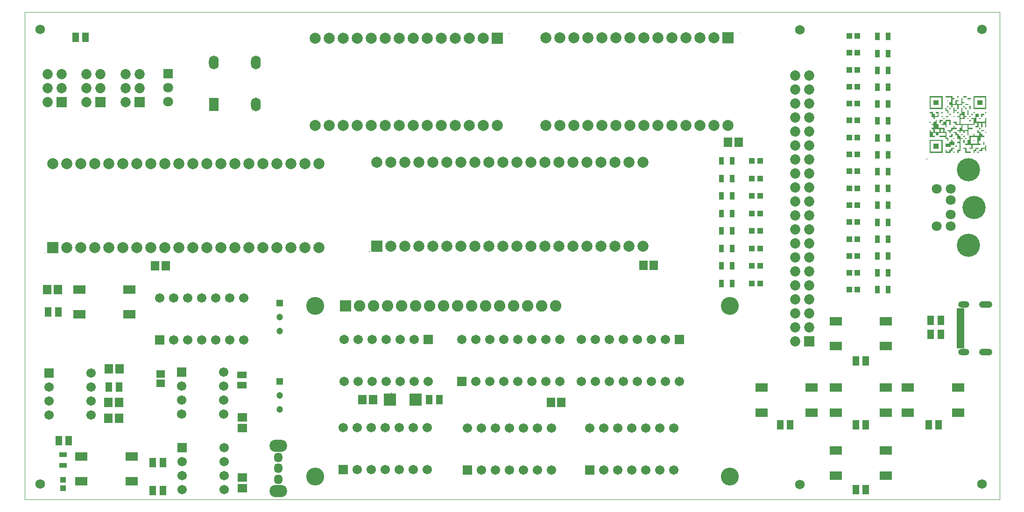
<source format=gts>
%FSTAX23Y23*%
%MOIN*%
%SFA1B1*%

%IPPOS*%
%ADD19C,0.002360*%
%ADD20C,0.004720*%
%ADD21C,0.002700*%
%ADD22R,0.057090X0.037400*%
%ADD26R,0.037400X0.057090*%
%ADD34R,0.039500X0.039500*%
%ADD35R,0.090680X0.063120*%
%ADD36R,0.049340X0.065090*%
%ADD37R,0.053280X0.019810*%
%ADD38R,0.039500X0.039500*%
%ADD39R,0.086740X0.086740*%
%ADD40R,0.063120X0.067060*%
%ADD41R,0.065090X0.049340*%
%ADD42R,0.067060X0.063120*%
%ADD43R,0.063120X0.055240*%
%ADD44O,0.070000X0.098000*%
%ADD45R,0.070000X0.098000*%
%ADD46C,0.128000*%
%ADD47R,0.082000X0.082000*%
%ADD48C,0.082000*%
%ADD49C,0.068000*%
%ADD50R,0.078870X0.078870*%
%ADD51C,0.078870*%
%ADD52O,0.094610X0.047370*%
%ADD53O,0.078870X0.047370*%
%ADD54C,0.072960*%
%ADD55R,0.072960X0.072960*%
%ADD56C,0.067060*%
%ADD57R,0.067060X0.067060*%
%ADD58C,0.070990*%
%ADD59C,0.165480*%
%ADD60R,0.070990X0.070990*%
%ADD61C,0.070990*%
%ADD62R,0.078870X0.078870*%
%ADD63O,0.126110X0.086740*%
%ADD64O,0.059180X0.070990*%
%ADD65C,0.047240*%
%ADD66R,0.047240X0.047240*%
%ADD67R,0.067060X0.067060*%
%ADD68R,0.047240X0.047240*%
%LN6502_carrier-1*%
%LPD*%
G36*
X08434Y03953D02*
Y03952D01*
Y03951*
Y03949*
Y03948*
Y03946*
X08412*
Y03948*
Y03949*
Y03951*
Y03952*
Y03953*
Y03955*
X08434*
Y03953*
G37*
G36*
X08377D02*
Y03952D01*
Y03951*
Y03949*
Y03948*
Y03946*
X08369*
Y03948*
Y03949*
Y03951*
Y03952*
Y03953*
Y03955*
X08377*
Y03953*
G37*
G36*
X08463Y03939D02*
Y03938D01*
Y03936*
Y03935*
Y03934*
Y03932*
X0844*
Y03934*
Y03935*
Y03936*
Y03938*
Y03939*
Y03941*
X08463*
Y03939*
G37*
G36*
X08306Y03925D02*
Y03924D01*
Y03922*
Y03921*
Y03919*
Y03918*
X08298*
Y03919*
Y03921*
Y03922*
Y03924*
Y03925*
Y03926*
X08306*
Y03925*
G37*
G36*
X08448Y03897D02*
Y03895D01*
Y03894*
Y03892*
Y03891*
Y0389*
X08426*
Y03891*
Y03892*
Y03894*
Y03895*
Y03897*
Y03898*
X08448*
Y03897*
G37*
G36*
X0842Y03882D02*
Y03881D01*
Y0388*
Y03878*
Y03877*
Y03875*
X08412*
Y03877*
Y03878*
Y0388*
Y03881*
Y03882*
Y03884*
X0842*
Y03882*
G37*
G36*
X08306D02*
Y03881D01*
Y0388*
Y03878*
Y03877*
Y03875*
X08298*
Y03877*
Y03878*
Y0388*
Y03881*
Y03882*
Y03884*
X08306*
Y03882*
G37*
G36*
X08576Y03953D02*
Y03952D01*
Y03951*
Y03949*
Y03948*
Y03946*
Y03945*
Y03944*
Y03942*
Y03941*
Y03939*
Y03938*
Y03936*
Y03935*
Y03934*
Y03932*
Y03931*
Y03929*
Y03928*
Y03926*
Y03925*
Y03924*
Y03922*
Y03921*
Y03919*
Y03918*
Y03917*
Y03915*
Y03914*
Y03912*
Y03911*
Y03909*
Y03908*
Y03907*
Y03905*
Y03904*
Y03902*
Y03901*
Y03899*
Y03898*
Y03897*
Y03895*
Y03894*
Y03892*
Y03891*
Y0389*
Y03888*
Y03887*
Y03885*
Y03884*
Y03882*
Y03881*
Y0388*
Y03878*
Y03877*
Y03875*
Y03874*
Y03872*
Y03871*
Y0387*
Y03868*
Y03867*
Y03865*
Y03864*
Y03862*
Y03861*
X08483*
Y03862*
Y03864*
Y03865*
Y03867*
Y03868*
Y0387*
Y03871*
Y03872*
Y03874*
Y03875*
Y03877*
Y03878*
Y0388*
Y03881*
Y03882*
Y03884*
Y03885*
Y03887*
Y03888*
Y0389*
Y03891*
Y03892*
Y03894*
Y03895*
Y03897*
Y03898*
Y03899*
Y03901*
Y03902*
Y03904*
Y03905*
Y03907*
Y03908*
Y03909*
Y03911*
Y03912*
Y03914*
Y03915*
Y03917*
Y03918*
Y03919*
Y03921*
Y03922*
Y03924*
Y03925*
Y03926*
Y03928*
Y03929*
Y03931*
Y03932*
Y03934*
Y03935*
Y03936*
Y03938*
Y03939*
Y03941*
Y03942*
Y03944*
Y03945*
Y03946*
Y03948*
Y03949*
Y03951*
Y03952*
Y03953*
Y03955*
X08576*
Y03953*
G37*
G36*
X08463Y03882D02*
Y03881D01*
Y0388*
Y03878*
Y03877*
Y03875*
Y03874*
Y03872*
Y03871*
Y0387*
Y03868*
Y03867*
Y03865*
Y03864*
Y03862*
Y03861*
X08454*
Y03862*
Y03864*
Y03865*
Y03867*
Y03868*
Y0387*
Y03871*
Y03872*
Y03874*
Y03875*
Y03877*
Y03878*
Y0388*
Y03881*
Y03882*
Y03884*
X08463*
Y03882*
G37*
G36*
X08434Y03868D02*
Y03867D01*
Y03865*
Y03864*
Y03862*
Y03861*
X08426*
Y03862*
Y03864*
Y03865*
Y03867*
Y03868*
Y0387*
X08434*
Y03868*
G37*
G36*
X08335Y03953D02*
Y03952D01*
Y03951*
Y03949*
Y03948*
Y03946*
Y03945*
Y03944*
Y03942*
Y03941*
X08349*
Y03939*
Y03938*
Y03936*
Y03935*
Y03934*
Y03932*
X08335*
Y03931*
Y03929*
Y03928*
Y03926*
Y03925*
Y03924*
Y03922*
Y03921*
Y03919*
Y03918*
Y03917*
Y03915*
Y03914*
Y03912*
Y03911*
Y03909*
Y03908*
Y03907*
Y03905*
Y03904*
Y03902*
Y03901*
Y03899*
Y03898*
X08355*
Y03899*
Y03901*
Y03902*
Y03904*
Y03905*
Y03907*
Y03908*
Y03909*
Y03911*
Y03912*
Y03914*
Y03915*
Y03917*
Y03918*
Y03919*
Y03921*
Y03922*
Y03924*
Y03925*
Y03926*
X08377*
Y03925*
Y03924*
Y03922*
Y03921*
Y03919*
Y03918*
X08363*
Y03917*
Y03915*
Y03914*
Y03912*
Y03911*
Y03909*
Y03908*
Y03907*
Y03905*
Y03904*
Y03902*
Y03901*
Y03899*
Y03898*
X08397*
Y03899*
Y03901*
Y03902*
Y03904*
Y03905*
Y03907*
Y03908*
Y03909*
Y03911*
Y03912*
Y03914*
Y03915*
Y03917*
Y03918*
Y03919*
Y03921*
Y03922*
Y03924*
Y03925*
Y03926*
Y03928*
Y03929*
Y03931*
Y03932*
Y03934*
Y03935*
Y03936*
Y03938*
Y03939*
Y03941*
X08406*
Y03939*
Y03938*
Y03936*
Y03935*
Y03934*
Y03932*
Y03931*
Y03929*
Y03928*
Y03926*
Y03925*
Y03924*
Y03922*
Y03921*
Y03919*
Y03918*
Y03917*
Y03915*
Y03914*
Y03912*
X0842*
Y03911*
Y03909*
Y03908*
Y03907*
Y03905*
Y03904*
X08406*
Y03902*
Y03901*
Y03899*
Y03898*
Y03897*
Y03895*
Y03894*
Y03892*
Y03891*
Y0389*
X08377*
Y03888*
Y03887*
Y03885*
Y03884*
Y03882*
Y03881*
Y0388*
Y03878*
Y03877*
Y03875*
Y03874*
Y03872*
Y03871*
Y0387*
Y03868*
Y03867*
Y03865*
Y03864*
Y03862*
Y03861*
X08369*
Y03862*
Y03864*
Y03865*
Y03867*
Y03868*
Y0387*
Y03871*
Y03872*
Y03874*
Y03875*
Y03877*
Y03878*
Y0388*
Y03881*
Y03882*
Y03884*
Y03885*
Y03887*
Y03888*
Y0389*
X08335*
Y03888*
Y03887*
Y03885*
Y03884*
Y03882*
Y03881*
Y0388*
Y03878*
Y03877*
Y03875*
X08326*
Y03877*
Y03878*
Y0388*
Y03881*
Y03882*
Y03884*
Y03885*
Y03887*
Y03888*
Y0389*
X08312*
Y03891*
Y03892*
Y03894*
Y03895*
Y03897*
Y03898*
Y03899*
Y03901*
Y03902*
Y03904*
Y03905*
Y03907*
Y03908*
Y03909*
Y03911*
Y03912*
X08326*
Y03914*
Y03915*
Y03917*
Y03918*
Y03919*
Y03921*
Y03922*
Y03924*
Y03925*
Y03926*
Y03928*
Y03929*
Y03931*
Y03932*
Y03934*
Y03935*
Y03936*
Y03938*
Y03939*
Y03941*
Y03942*
Y03944*
Y03945*
Y03946*
X08284*
Y03948*
Y03949*
Y03951*
Y03952*
Y03953*
Y03955*
X08335*
Y03953*
G37*
G36*
X08321Y03868D02*
Y03867D01*
Y03865*
Y03864*
Y03862*
Y03861*
X08312*
Y03862*
Y03864*
Y03865*
Y03867*
Y03868*
Y0387*
X08321*
Y03868*
G37*
G36*
X08264Y03953D02*
Y03952D01*
Y03951*
Y03949*
Y03948*
Y03946*
Y03945*
Y03944*
Y03942*
Y03941*
Y03939*
Y03938*
Y03936*
Y03935*
Y03934*
Y03932*
Y03931*
Y03929*
Y03928*
Y03926*
Y03925*
Y03924*
Y03922*
Y03921*
Y03919*
Y03918*
Y03917*
Y03915*
Y03914*
Y03912*
Y03911*
Y03909*
Y03908*
Y03907*
Y03905*
Y03904*
Y03902*
Y03901*
Y03899*
Y03898*
Y03897*
Y03895*
Y03894*
Y03892*
Y03891*
Y0389*
Y03888*
Y03887*
Y03885*
Y03884*
Y03882*
Y03881*
Y0388*
Y03878*
Y03877*
Y03875*
Y03874*
Y03872*
Y03871*
Y0387*
Y03868*
Y03867*
Y03865*
Y03864*
Y03862*
Y03861*
X0817*
Y03862*
Y03864*
Y03865*
Y03867*
Y03868*
Y0387*
Y03871*
Y03872*
Y03874*
Y03875*
Y03877*
Y03878*
Y0388*
Y03881*
Y03882*
Y03884*
Y03885*
Y03887*
Y03888*
Y0389*
Y03891*
Y03892*
Y03894*
Y03895*
Y03897*
Y03898*
Y03899*
Y03901*
Y03902*
Y03904*
Y03905*
Y03907*
Y03908*
Y03909*
Y03911*
Y03912*
Y03914*
Y03915*
Y03917*
Y03918*
Y03919*
Y03921*
Y03922*
Y03924*
Y03925*
Y03926*
Y03928*
Y03929*
Y03931*
Y03932*
Y03934*
Y03935*
Y03936*
Y03938*
Y03939*
Y03941*
Y03942*
Y03944*
Y03945*
Y03946*
Y03948*
Y03949*
Y03951*
Y03952*
Y03953*
Y03955*
X08264*
Y03953*
G37*
G36*
X08576Y0384D02*
Y03838D01*
Y03837*
Y03835*
Y03834*
Y03833*
X08568*
Y03834*
Y03835*
Y03837*
Y03838*
Y0384*
Y03841*
X08576*
Y0384*
G37*
G36*
X08491D02*
Y03838D01*
Y03837*
Y03835*
Y03834*
Y03833*
X08483*
Y03834*
Y03835*
Y03837*
Y03838*
Y0384*
Y03841*
X08491*
Y0384*
G37*
G36*
X08377D02*
Y03838D01*
Y03837*
Y03835*
Y03834*
Y03833*
X08369*
Y03834*
Y03835*
Y03837*
Y03838*
Y0384*
Y03841*
X08377*
Y0384*
G37*
G36*
X08349Y03868D02*
Y03867D01*
Y03865*
Y03864*
Y03862*
Y03861*
Y0386*
Y03858*
Y03857*
Y03855*
X08363*
Y03854*
Y03853*
Y03851*
Y0385*
Y03848*
Y03847*
X08349*
Y03845*
Y03844*
Y03843*
Y03841*
Y0384*
Y03838*
Y03837*
Y03835*
Y03834*
Y03833*
X0834*
Y03834*
Y03835*
Y03837*
Y03838*
Y0384*
Y03841*
Y03843*
Y03844*
Y03845*
Y03847*
Y03848*
Y0385*
Y03851*
Y03853*
Y03854*
Y03855*
Y03857*
Y03858*
Y0386*
Y03861*
Y03862*
Y03864*
Y03865*
Y03867*
Y03868*
Y0387*
X08349*
Y03868*
G37*
G36*
X08292D02*
Y03867D01*
Y03865*
Y03864*
Y03862*
Y03861*
Y0386*
Y03858*
Y03857*
Y03855*
X08306*
Y03854*
Y03853*
Y03851*
Y0385*
Y03848*
Y03847*
Y03845*
Y03844*
Y03843*
Y03841*
Y0384*
Y03838*
Y03837*
Y03835*
Y03834*
Y03833*
X08298*
Y03834*
Y03835*
Y03837*
Y03838*
Y0384*
Y03841*
Y03843*
Y03844*
Y03845*
Y03847*
X08284*
Y03848*
Y0385*
Y03851*
Y03853*
Y03854*
Y03855*
Y03857*
Y03858*
Y0386*
Y03861*
Y03862*
Y03864*
Y03865*
Y03867*
Y03868*
Y0387*
X08292*
Y03868*
G37*
G36*
X08264Y0384D02*
Y03838D01*
Y03837*
Y03835*
Y03834*
Y03833*
X08255*
Y03834*
Y03835*
Y03837*
Y03838*
Y0384*
Y03841*
X08264*
Y0384*
G37*
G36*
X08477Y03826D02*
Y03824D01*
Y03823*
Y03821*
Y0382*
Y03818*
X08468*
Y0382*
Y03821*
Y03823*
Y03824*
Y03826*
Y03827*
X08477*
Y03826*
G37*
G36*
X08448Y03854D02*
Y03853D01*
Y03851*
Y0385*
Y03848*
Y03847*
Y03845*
Y03844*
Y03843*
Y03841*
Y0384*
Y03838*
Y03837*
Y03835*
Y03834*
Y03833*
Y03831*
Y0383*
Y03828*
Y03827*
Y03826*
Y03824*
Y03823*
Y03821*
Y0382*
Y03818*
X0844*
Y0382*
Y03821*
Y03823*
Y03824*
Y03826*
Y03827*
Y03828*
Y0383*
Y03831*
Y03833*
Y03834*
Y03835*
Y03837*
Y03838*
Y0384*
Y03841*
Y03843*
Y03844*
Y03845*
Y03847*
Y03848*
Y0385*
Y03851*
Y03853*
Y03854*
Y03855*
X08448*
Y03854*
G37*
G36*
X08321Y03826D02*
Y03824D01*
Y03823*
Y03821*
Y0382*
Y03818*
X08312*
Y0382*
Y03821*
Y03823*
Y03824*
Y03826*
Y03827*
X08321*
Y03826*
G37*
G36*
X08235Y0384D02*
Y03838D01*
Y03837*
Y03835*
Y03834*
Y03833*
Y03831*
Y0383*
Y03828*
Y03827*
Y03826*
Y03824*
Y03823*
Y03821*
Y0382*
Y03818*
Y03817*
Y03816*
Y03814*
Y03813*
Y03811*
Y0381*
Y03808*
Y03807*
Y03806*
Y03804*
X08207*
Y03803*
Y03801*
Y038*
Y03799*
Y03797*
Y03796*
Y03794*
Y03793*
Y03791*
Y0379*
X08198*
Y03791*
Y03793*
Y03794*
Y03796*
Y03797*
Y03799*
Y038*
Y03801*
Y03803*
Y03804*
X08184*
Y03806*
Y03807*
Y03808*
Y0381*
Y03811*
Y03813*
Y03814*
Y03816*
Y03817*
Y03818*
Y0382*
Y03821*
Y03823*
Y03824*
Y03826*
Y03827*
Y03828*
Y0383*
Y03831*
Y03833*
X0817*
Y03834*
Y03835*
Y03837*
Y03838*
Y0384*
Y03841*
X08193*
Y0384*
Y03838*
Y03837*
Y03835*
Y03834*
Y03833*
Y03831*
Y0383*
Y03828*
Y03827*
X08207*
Y03826*
Y03824*
Y03823*
Y03821*
Y0382*
Y03818*
Y03817*
Y03816*
Y03814*
Y03813*
X08227*
Y03814*
Y03816*
Y03817*
Y03818*
Y0382*
Y03821*
Y03823*
Y03824*
Y03826*
Y03827*
Y03828*
Y0383*
Y03831*
Y03833*
X08213*
Y03834*
Y03835*
Y03837*
Y03838*
Y0384*
Y03841*
X08235*
Y0384*
G37*
G36*
X08562Y03826D02*
Y03824D01*
Y03823*
Y03821*
Y0382*
Y03818*
X08548*
Y03817*
Y03816*
Y03814*
Y03813*
Y03811*
Y0381*
Y03808*
Y03807*
Y03806*
Y03804*
X08539*
Y03806*
Y03807*
Y03808*
Y0381*
Y03811*
Y03813*
Y03814*
Y03816*
Y03817*
Y03818*
Y0382*
Y03821*
Y03823*
Y03824*
Y03826*
Y03827*
X08562*
Y03826*
G37*
G36*
X08463Y03811D02*
Y0381D01*
Y03808*
Y03807*
Y03806*
Y03804*
X08454*
Y03806*
Y03807*
Y03808*
Y0381*
Y03811*
Y03813*
X08463*
Y03811*
G37*
G36*
X08349D02*
Y0381D01*
Y03808*
Y03807*
Y03806*
Y03804*
X0834*
Y03806*
Y03807*
Y03808*
Y0381*
Y03811*
Y03813*
X08349*
Y03811*
G37*
G36*
X08306D02*
Y0381D01*
Y03808*
Y03807*
Y03806*
Y03804*
X08284*
Y03806*
Y03807*
Y03808*
Y0381*
Y03811*
Y03813*
X08306*
Y03811*
G37*
G36*
X08264D02*
Y0381D01*
Y03808*
Y03807*
Y03806*
Y03804*
X08255*
Y03806*
Y03807*
Y03808*
Y0381*
Y03811*
Y03813*
X08264*
Y03811*
G37*
G36*
X08534Y03797D02*
Y03796D01*
Y03794*
Y03793*
Y03791*
Y0379*
X08525*
Y03791*
Y03793*
Y03794*
Y03796*
Y03797*
Y03799*
X08534*
Y03797*
G37*
G36*
X08448D02*
Y03796D01*
Y03794*
Y03793*
Y03791*
Y0379*
X0844*
Y03791*
Y03793*
Y03794*
Y03796*
Y03797*
Y03799*
X08448*
Y03797*
G37*
G36*
X08278D02*
Y03796D01*
Y03794*
Y03793*
Y03791*
Y0379*
X08269*
Y03791*
Y03793*
Y03794*
Y03796*
Y03797*
Y03799*
X08278*
Y03797*
G37*
G36*
X08463Y03783D02*
Y03781D01*
Y0378*
Y03779*
Y03777*
Y03776*
X08454*
Y03777*
Y03779*
Y0378*
Y03781*
Y03783*
Y03784*
X08463*
Y03783*
G37*
G36*
X08264D02*
Y03781D01*
Y0378*
Y03779*
Y03777*
Y03776*
X0825*
Y03774*
Y03773*
Y03772*
Y0377*
Y03769*
Y03767*
Y03766*
Y03764*
Y03763*
Y03762*
X08241*
Y03763*
Y03764*
Y03766*
Y03767*
Y03769*
Y0377*
Y03772*
Y03773*
Y03774*
Y03776*
Y03777*
Y03779*
Y0378*
Y03781*
Y03783*
Y03784*
X08264*
Y03783*
G37*
G36*
X08178Y03769D02*
Y03767D01*
Y03766*
Y03764*
Y03763*
Y03762*
X0817*
Y03763*
Y03764*
Y03766*
Y03767*
Y03769*
Y0377*
X08178*
Y03769*
G37*
G36*
X08406Y03868D02*
Y03867D01*
Y03865*
Y03864*
Y03862*
Y03861*
Y0386*
Y03858*
Y03857*
Y03855*
Y03854*
Y03853*
Y03851*
Y0385*
Y03848*
Y03847*
Y03845*
Y03844*
Y03843*
Y03841*
X0842*
Y0384*
Y03838*
Y03837*
Y03835*
Y03834*
Y03833*
Y03831*
Y0383*
Y03828*
Y03827*
Y03826*
Y03824*
Y03823*
Y03821*
Y0382*
Y03818*
Y03817*
Y03816*
Y03814*
Y03813*
X08434*
Y03811*
Y0381*
Y03808*
Y03807*
Y03806*
Y03804*
X0842*
Y03803*
Y03801*
Y038*
Y03799*
Y03797*
Y03796*
Y03794*
Y03793*
Y03791*
Y0379*
X08392*
Y03789*
Y03787*
Y03786*
Y03784*
Y03783*
Y03781*
Y0378*
Y03779*
Y03777*
Y03776*
Y03774*
Y03773*
Y03772*
Y0377*
Y03769*
Y03767*
Y03766*
Y03764*
Y03763*
Y03762*
Y0376*
Y03759*
Y03757*
Y03756*
X08483*
Y03757*
Y03759*
Y0376*
Y03762*
Y03763*
Y03764*
Y03766*
Y03767*
Y03769*
Y0377*
Y03772*
Y03773*
Y03774*
Y03776*
Y03777*
Y03779*
Y0378*
Y03781*
Y03783*
Y03784*
Y03786*
Y03787*
Y03789*
Y0379*
X08468*
Y03791*
Y03793*
Y03794*
Y03796*
Y03797*
Y03799*
X08497*
Y038*
Y03801*
Y03803*
Y03804*
Y03806*
Y03807*
Y03808*
Y0381*
Y03811*
Y03813*
Y03814*
Y03816*
Y03817*
Y03818*
Y0382*
Y03821*
Y03823*
Y03824*
Y03826*
Y03827*
X0852*
Y03826*
Y03824*
Y03823*
Y03821*
Y0382*
Y03818*
Y03817*
Y03816*
Y03814*
Y03813*
Y03811*
Y0381*
Y03808*
Y03807*
Y03806*
Y03804*
X08505*
Y03803*
Y03801*
Y038*
Y03799*
Y03797*
Y03796*
Y03794*
Y03793*
Y03791*
Y0379*
Y03789*
Y03787*
Y03786*
Y03784*
Y03783*
Y03781*
Y0378*
Y03779*
Y03777*
Y03776*
Y03774*
Y03773*
Y03772*
Y0377*
X08568*
Y03772*
Y03773*
Y03774*
Y03776*
Y03777*
Y03779*
Y0378*
Y03781*
Y03783*
Y03784*
Y03786*
Y03787*
Y03789*
Y0379*
Y03791*
Y03793*
Y03794*
Y03796*
Y03797*
Y03799*
X08576*
Y03797*
Y03796*
Y03794*
Y03793*
Y03791*
Y0379*
Y03789*
Y03787*
Y03786*
Y03784*
Y03783*
Y03781*
Y0378*
Y03779*
Y03777*
Y03776*
Y03774*
Y03773*
Y03772*
Y0377*
Y03769*
Y03767*
Y03766*
Y03764*
Y03763*
Y03762*
Y0376*
Y03759*
Y03757*
Y03756*
Y03754*
Y03753*
Y03752*
Y0375*
Y03749*
Y03747*
Y03746*
Y03745*
Y03743*
Y03742*
Y0374*
Y03739*
Y03737*
Y03736*
Y03735*
Y03733*
X08568*
Y03735*
Y03736*
Y03737*
Y03739*
Y0374*
Y03742*
Y03743*
Y03745*
Y03746*
Y03747*
Y03749*
Y0375*
Y03752*
Y03753*
Y03754*
Y03756*
Y03757*
Y03759*
Y0376*
Y03762*
X08548*
Y0376*
Y03759*
Y03757*
Y03756*
Y03754*
Y03753*
Y03752*
Y0375*
Y03749*
Y03747*
Y03746*
Y03745*
Y03743*
Y03742*
Y0374*
Y03739*
Y03737*
Y03736*
Y03735*
Y03733*
X08539*
Y03735*
Y03736*
Y03737*
Y03739*
Y0374*
Y03742*
Y03743*
Y03745*
Y03746*
Y03747*
Y03749*
Y0375*
Y03752*
Y03753*
Y03754*
Y03756*
Y03757*
Y03759*
Y0376*
Y03762*
X0852*
Y0376*
Y03759*
Y03757*
Y03756*
Y03754*
Y03753*
Y03752*
Y0375*
Y03749*
Y03747*
Y03746*
Y03745*
Y03743*
Y03742*
Y0374*
Y03739*
Y03737*
Y03736*
Y03735*
Y03733*
X08497*
Y03735*
Y03736*
Y03737*
Y03739*
Y0374*
Y03742*
X08511*
Y03743*
Y03745*
Y03746*
Y03747*
Y03749*
Y0375*
Y03752*
Y03753*
Y03754*
Y03756*
Y03757*
Y03759*
Y0376*
Y03762*
X08491*
Y0376*
Y03759*
Y03757*
Y03756*
Y03754*
Y03753*
Y03752*
Y0375*
Y03749*
Y03747*
X08448*
Y03746*
Y03745*
Y03743*
Y03742*
Y0374*
Y03739*
Y03737*
Y03736*
Y03735*
Y03733*
Y03732*
Y0373*
Y03729*
Y03727*
X08477*
Y03726*
Y03725*
Y03723*
Y03722*
Y0372*
Y03719*
X08448*
Y03718*
Y03716*
Y03715*
Y03713*
Y03712*
Y0371*
Y03709*
Y03708*
Y03706*
Y03705*
Y03703*
Y03702*
Y037*
Y03699*
Y03698*
Y03696*
Y03695*
Y03693*
Y03692*
Y03691*
Y03689*
Y03688*
Y03686*
Y03685*
Y03683*
Y03682*
Y03681*
Y03679*
Y03678*
Y03676*
X0844*
Y03678*
Y03679*
Y03681*
Y03682*
Y03683*
Y03685*
Y03686*
Y03688*
Y03689*
Y03691*
Y03692*
Y03693*
Y03695*
Y03696*
Y03698*
Y03699*
Y037*
Y03702*
Y03703*
Y03705*
X0842*
Y03703*
Y03702*
Y037*
Y03699*
Y03698*
Y03696*
Y03695*
Y03693*
Y03692*
Y03691*
X08412*
Y03692*
Y03693*
Y03695*
Y03696*
Y03698*
Y03699*
Y037*
Y03702*
Y03703*
Y03705*
X08392*
Y03703*
Y03702*
Y037*
Y03699*
Y03698*
Y03696*
Y03695*
Y03693*
Y03692*
Y03691*
X08383*
Y03692*
Y03693*
Y03695*
Y03696*
Y03698*
Y03699*
Y037*
Y03702*
Y03703*
Y03705*
X08369*
Y03706*
Y03708*
Y03709*
Y0371*
Y03712*
Y03713*
X08383*
Y03715*
Y03716*
Y03718*
Y03719*
Y0372*
Y03722*
Y03723*
Y03725*
Y03726*
Y03727*
X08397*
Y03729*
Y0373*
Y03732*
Y03733*
Y03735*
Y03736*
Y03737*
Y03739*
Y0374*
Y03742*
Y03743*
Y03745*
Y03746*
Y03747*
X08355*
Y03749*
Y0375*
Y03752*
Y03753*
Y03754*
Y03756*
Y03757*
Y03759*
Y0376*
Y03762*
X0834*
Y03763*
Y03764*
Y03766*
Y03767*
Y03769*
Y0377*
X08363*
Y03769*
Y03767*
Y03766*
Y03764*
Y03763*
Y03762*
Y0376*
Y03759*
Y03757*
Y03756*
X08383*
Y03757*
Y03759*
Y0376*
Y03762*
Y03763*
Y03764*
Y03766*
Y03767*
Y03769*
Y0377*
Y03772*
Y03773*
Y03774*
Y03776*
Y03777*
Y03779*
Y0378*
Y03781*
Y03783*
Y03784*
Y03786*
Y03787*
Y03789*
Y0379*
Y03791*
Y03793*
Y03794*
Y03796*
Y03797*
Y03799*
Y038*
Y03801*
Y03803*
Y03804*
X08369*
Y03806*
Y03807*
Y03808*
Y0381*
Y03811*
Y03813*
X08383*
Y03814*
Y03816*
Y03817*
Y03818*
Y0382*
Y03821*
Y03823*
Y03824*
Y03826*
Y03827*
X08397*
Y03828*
Y0383*
Y03831*
Y03833*
Y03834*
Y03835*
Y03837*
Y03838*
Y0384*
Y03841*
Y03843*
Y03844*
Y03845*
Y03847*
Y03848*
Y0385*
Y03851*
Y03853*
Y03854*
Y03855*
Y03857*
Y03858*
Y0386*
Y03861*
Y03862*
Y03864*
Y03865*
Y03867*
Y03868*
Y0387*
X08406*
Y03868*
G37*
G36*
X08321Y03783D02*
Y03781D01*
Y0378*
Y03779*
Y03777*
Y03776*
Y03774*
Y03773*
Y03772*
Y0377*
Y03769*
Y03767*
Y03766*
Y03764*
Y03763*
Y03762*
Y0376*
Y03759*
Y03757*
Y03756*
Y03754*
Y03753*
Y03752*
Y0375*
Y03749*
Y03747*
X08312*
Y03749*
Y0375*
Y03752*
Y03753*
Y03754*
Y03756*
Y03757*
Y03759*
Y0376*
Y03762*
Y03763*
Y03764*
Y03766*
Y03767*
Y03769*
Y0377*
Y03772*
Y03773*
Y03774*
Y03776*
X08292*
Y03774*
Y03773*
Y03772*
Y0377*
Y03769*
Y03767*
Y03766*
Y03764*
Y03763*
Y03762*
Y0376*
Y03759*
Y03757*
Y03756*
Y03754*
Y03753*
Y03752*
Y0375*
Y03749*
Y03747*
Y03746*
Y03745*
Y03743*
Y03742*
Y0374*
Y03739*
Y03737*
Y03736*
Y03735*
Y03733*
X08284*
Y03735*
Y03736*
Y03737*
Y03739*
Y0374*
Y03742*
Y03743*
Y03745*
Y03746*
Y03747*
X08255*
Y03749*
Y0375*
Y03752*
Y03753*
Y03754*
Y03756*
X08269*
Y03757*
Y03759*
Y0376*
Y03762*
Y03763*
Y03764*
Y03766*
Y03767*
Y03769*
Y0377*
X08284*
Y03772*
Y03773*
Y03774*
Y03776*
Y03777*
Y03779*
Y0378*
Y03781*
Y03783*
Y03784*
X08321*
Y03783*
G37*
G36*
X08534Y03726D02*
Y03725D01*
Y03723*
Y03722*
Y0372*
Y03719*
X08525*
Y0372*
Y03722*
Y03723*
Y03725*
Y03726*
Y03727*
X08534*
Y03726*
G37*
G36*
X08562Y03712D02*
Y0371D01*
Y03709*
Y03708*
Y03706*
Y03705*
X08539*
Y03706*
Y03708*
Y03709*
Y0371*
Y03712*
Y03713*
X08562*
Y03712*
G37*
G36*
X08221Y03783D02*
Y03781D01*
Y0378*
Y03779*
Y03777*
Y03776*
Y03774*
Y03773*
Y03772*
Y0377*
Y03769*
Y03767*
Y03766*
Y03764*
Y03763*
Y03762*
Y0376*
Y03759*
Y03757*
Y03756*
X08235*
Y03754*
Y03753*
Y03752*
Y0375*
Y03749*
Y03747*
Y03746*
Y03745*
Y03743*
Y03742*
Y0374*
Y03739*
Y03737*
Y03736*
Y03735*
Y03733*
Y03732*
Y0373*
Y03729*
Y03727*
X08278*
Y03726*
Y03725*
Y03723*
Y03722*
Y0372*
Y03719*
Y03718*
Y03716*
Y03715*
Y03713*
Y03712*
Y0371*
Y03709*
Y03708*
Y03706*
Y03705*
Y03703*
Y03702*
Y037*
Y03699*
X08292*
Y03698*
Y03696*
Y03695*
Y03693*
Y03692*
Y03691*
Y03689*
Y03688*
Y03686*
Y03685*
Y03683*
Y03682*
Y03681*
Y03679*
Y03678*
Y03676*
Y03675*
Y03673*
Y03672*
Y03671*
Y03669*
Y03668*
Y03666*
Y03665*
Y03664*
Y03662*
Y03661*
Y03659*
Y03658*
Y03656*
X08306*
Y03655*
Y03654*
Y03652*
Y03651*
Y03649*
Y03648*
Y03646*
Y03645*
Y03644*
Y03642*
Y03641*
Y03639*
Y03638*
Y03637*
Y03635*
Y03634*
X08298*
Y03635*
Y03637*
Y03638*
Y03639*
Y03641*
Y03642*
Y03644*
Y03645*
Y03646*
Y03648*
X08284*
Y03649*
Y03651*
Y03652*
Y03654*
Y03655*
Y03656*
Y03658*
Y03659*
Y03661*
Y03662*
X08241*
Y03664*
Y03665*
Y03666*
Y03668*
Y03669*
Y03671*
X08284*
Y03672*
Y03673*
Y03675*
Y03676*
Y03678*
Y03679*
Y03681*
Y03682*
Y03683*
Y03685*
Y03686*
Y03688*
Y03689*
Y03691*
X08235*
Y03689*
Y03688*
Y03686*
Y03685*
Y03683*
Y03682*
Y03681*
Y03679*
Y03678*
Y03676*
X08213*
Y03678*
Y03679*
Y03681*
Y03682*
Y03683*
Y03685*
Y03686*
Y03688*
Y03689*
Y03691*
X08193*
Y03689*
Y03688*
Y03686*
Y03685*
Y03683*
Y03682*
Y03681*
Y03679*
Y03678*
Y03676*
Y03675*
Y03673*
Y03672*
Y03671*
X08207*
Y03669*
Y03668*
Y03666*
Y03665*
Y03664*
Y03662*
X0817*
Y03664*
Y03665*
Y03666*
Y03668*
Y03669*
Y03671*
Y03672*
Y03673*
Y03675*
Y03676*
Y03678*
Y03679*
Y03681*
Y03682*
Y03683*
Y03685*
Y03686*
Y03688*
Y03689*
Y03691*
Y03692*
Y03693*
Y03695*
Y03696*
Y03698*
Y03699*
Y037*
Y03702*
Y03703*
Y03705*
Y03706*
Y03708*
Y03709*
Y0371*
Y03712*
Y03713*
X08178*
Y03712*
Y0371*
Y03709*
Y03708*
Y03706*
Y03705*
Y03703*
Y03702*
Y037*
Y03699*
X08198*
Y037*
Y03702*
Y03703*
Y03705*
Y03706*
Y03708*
Y03709*
Y0371*
Y03712*
Y03713*
Y03715*
Y03716*
Y03718*
Y03719*
X08184*
Y0372*
Y03722*
Y03723*
Y03725*
Y03726*
Y03727*
X08198*
Y03729*
Y0373*
Y03732*
Y03733*
Y03735*
Y03736*
Y03737*
Y03739*
Y0374*
Y03742*
Y03743*
Y03745*
Y03746*
Y03747*
X08184*
Y03749*
Y0375*
Y03752*
Y03753*
Y03754*
Y03756*
X08198*
Y03757*
Y03759*
Y0376*
Y03762*
Y03763*
Y03764*
Y03766*
Y03767*
Y03769*
Y0377*
X08213*
Y03772*
Y03773*
Y03774*
Y03776*
Y03777*
Y03779*
Y0378*
Y03781*
Y03783*
Y03784*
X08221*
Y03783*
G37*
G36*
X08576Y03698D02*
Y03696D01*
Y03695*
Y03693*
Y03692*
Y03691*
X08568*
Y03692*
Y03693*
Y03695*
Y03696*
Y03698*
Y03699*
X08576*
Y03698*
G37*
G36*
X08349Y0374D02*
Y03739D01*
Y03737*
Y03736*
Y03735*
Y03733*
Y03732*
Y0373*
Y03729*
Y03727*
X08363*
Y03726*
Y03725*
Y03723*
Y03722*
Y0372*
Y03719*
X08335*
Y03718*
Y03716*
Y03715*
Y03713*
Y03712*
Y0371*
Y03709*
Y03708*
Y03706*
Y03705*
X08321*
Y03703*
Y03702*
Y037*
Y03699*
Y03698*
Y03696*
Y03695*
Y03693*
Y03692*
Y03691*
X08312*
Y03692*
Y03693*
Y03695*
Y03696*
Y03698*
Y03699*
Y037*
Y03702*
Y03703*
Y03705*
X08298*
Y03706*
Y03708*
Y03709*
Y0371*
Y03712*
Y03713*
X08326*
Y03715*
Y03716*
Y03718*
Y03719*
Y0372*
Y03722*
Y03723*
Y03725*
Y03726*
Y03727*
X0834*
Y03729*
Y0373*
Y03732*
Y03733*
Y03735*
Y03736*
Y03737*
Y03739*
Y0374*
Y03742*
X08349*
Y0374*
G37*
G36*
X08406Y03683D02*
Y03682D01*
Y03681*
Y03679*
Y03678*
Y03676*
X08397*
Y03678*
Y03679*
Y03681*
Y03682*
Y03683*
Y03685*
X08406*
Y03683*
G37*
G36*
X0852Y03712D02*
Y0371D01*
Y03709*
Y03708*
Y03706*
Y03705*
Y03703*
Y03702*
Y037*
Y03699*
X08534*
Y03698*
Y03696*
Y03695*
Y03693*
Y03692*
Y03691*
Y03689*
Y03688*
Y03686*
Y03685*
X08548*
Y03683*
Y03682*
Y03681*
Y03679*
Y03678*
Y03676*
Y03675*
Y03673*
Y03672*
Y03671*
X08562*
Y03669*
Y03668*
Y03666*
Y03665*
Y03664*
Y03662*
X08534*
Y03661*
Y03659*
Y03658*
Y03656*
Y03655*
Y03654*
Y03652*
Y03651*
Y03649*
Y03648*
Y03646*
Y03645*
Y03644*
Y03642*
Y03641*
Y03639*
Y03638*
Y03637*
Y03635*
Y03634*
X0852*
Y03632*
Y03631*
Y03629*
Y03628*
Y03627*
Y03625*
Y03624*
Y03622*
Y03621*
Y03619*
Y03618*
Y03617*
Y03615*
Y03614*
X08534*
Y03612*
Y03611*
Y0361*
Y03608*
Y03607*
Y03605*
X08477*
Y03604*
Y03602*
Y03601*
Y036*
Y03598*
Y03597*
Y03595*
Y03594*
Y03592*
Y03591*
Y0359*
Y03588*
Y03587*
Y03585*
Y03584*
Y03582*
Y03581*
Y0358*
Y03578*
Y03577*
X08454*
Y03578*
Y0358*
Y03581*
Y03582*
Y03584*
Y03585*
X08468*
Y03587*
Y03588*
Y0359*
Y03591*
Y03592*
Y03594*
Y03595*
Y03597*
Y03598*
Y036*
Y03601*
Y03602*
Y03604*
Y03605*
X08426*
Y03607*
Y03608*
Y0361*
Y03611*
Y03612*
Y03614*
X0844*
Y03615*
Y03617*
Y03618*
Y03619*
Y03621*
Y03622*
Y03624*
Y03625*
Y03627*
Y03628*
Y03629*
Y03631*
Y03632*
Y03634*
Y03635*
Y03637*
Y03638*
Y03639*
Y03641*
Y03642*
X08454*
Y03644*
Y03645*
Y03646*
Y03648*
Y03649*
Y03651*
Y03652*
Y03654*
Y03655*
Y03656*
Y03658*
Y03659*
Y03661*
Y03662*
Y03664*
Y03665*
Y03666*
Y03668*
Y03669*
Y03671*
X08483*
Y03672*
Y03673*
Y03675*
Y03676*
Y03678*
Y03679*
Y03681*
Y03682*
Y03683*
Y03685*
X08491*
Y03683*
Y03682*
Y03681*
Y03679*
Y03678*
Y03676*
Y03675*
Y03673*
Y03672*
Y03671*
X08525*
Y03672*
Y03673*
Y03675*
Y03676*
Y03678*
Y03679*
Y03681*
Y03682*
Y03683*
Y03685*
Y03686*
Y03688*
Y03689*
Y03691*
X08511*
Y03692*
Y03693*
Y03695*
Y03696*
Y03698*
Y03699*
Y037*
Y03702*
Y03703*
Y03705*
Y03706*
Y03708*
Y03709*
Y0371*
Y03712*
Y03713*
X0852*
Y03712*
G37*
G36*
X0842Y03669D02*
Y03668D01*
Y03666*
Y03665*
Y03664*
Y03662*
X08412*
Y03664*
Y03665*
Y03666*
Y03668*
Y03669*
Y03671*
X0842*
Y03669*
G37*
G36*
X08335Y03683D02*
Y03682D01*
Y03681*
Y03679*
Y03678*
Y03676*
Y03675*
Y03673*
Y03672*
Y03671*
Y03669*
Y03668*
Y03666*
Y03665*
Y03664*
Y03662*
X08312*
Y03664*
Y03665*
Y03666*
Y03668*
Y03669*
Y03671*
X08326*
Y03672*
Y03673*
Y03675*
Y03676*
Y03678*
Y03679*
Y03681*
Y03682*
Y03683*
Y03685*
X08335*
Y03683*
G37*
G36*
X08434Y03655D02*
Y03654D01*
Y03652*
Y03651*
Y03649*
Y03648*
X08426*
Y03649*
Y03651*
Y03652*
Y03654*
Y03655*
Y03656*
X08434*
Y03655*
G37*
G36*
X08349D02*
Y03654D01*
Y03652*
Y03651*
Y03649*
Y03648*
X0834*
Y03649*
Y03651*
Y03652*
Y03654*
Y03655*
Y03656*
X08349*
Y03655*
G37*
G36*
X0842Y03641D02*
Y03639D01*
Y03638*
Y03637*
Y03635*
Y03634*
Y03632*
Y03631*
Y03629*
Y03628*
Y03627*
Y03625*
Y03624*
Y03622*
Y03621*
Y03619*
X08412*
Y03621*
Y03622*
Y03624*
Y03625*
Y03627*
Y03628*
Y03629*
Y03631*
Y03632*
Y03634*
Y03635*
Y03637*
Y03638*
Y03639*
Y03641*
Y03642*
X0842*
Y03641*
G37*
G36*
X08562Y03627D02*
Y03625D01*
Y03624*
Y03622*
Y03621*
Y03619*
Y03618*
Y03617*
Y03615*
Y03614*
Y03612*
Y03611*
Y0361*
Y03608*
Y03607*
Y03605*
X08554*
Y03607*
Y03608*
Y0361*
Y03611*
Y03612*
Y03614*
Y03615*
Y03617*
Y03618*
Y03619*
Y03621*
Y03622*
Y03624*
Y03625*
Y03627*
Y03628*
X08562*
Y03627*
G37*
G36*
X08363Y03598D02*
Y03597D01*
Y03595*
Y03594*
Y03592*
Y03591*
X08355*
Y03592*
Y03594*
Y03595*
Y03597*
Y03598*
Y036*
X08363*
Y03598*
G37*
G36*
X08335Y03641D02*
Y03639D01*
Y03638*
Y03637*
Y03635*
Y03634*
Y03632*
Y03631*
Y03629*
Y03628*
X08349*
Y03627*
Y03625*
Y03624*
Y03622*
Y03621*
Y03619*
Y03618*
Y03617*
Y03615*
Y03614*
Y03612*
Y03611*
Y0361*
Y03608*
Y03607*
Y03605*
X08321*
Y03604*
Y03602*
Y03601*
Y036*
Y03598*
Y03597*
Y03595*
Y03594*
Y03592*
Y03591*
X08284*
Y03592*
Y03594*
Y03595*
Y03597*
Y03598*
Y036*
Y03601*
Y03602*
Y03604*
Y03605*
Y03607*
Y03608*
Y0361*
Y03611*
Y03612*
Y03614*
X08312*
Y03615*
Y03617*
Y03618*
Y03619*
Y03621*
Y03622*
Y03624*
Y03625*
Y03627*
Y03628*
X08326*
Y03629*
Y03631*
Y03632*
Y03634*
Y03635*
Y03637*
Y03638*
Y03639*
Y03641*
Y03642*
X08335*
Y03641*
G37*
G36*
X08576Y03598D02*
Y03597D01*
Y03595*
Y03594*
Y03592*
Y03591*
Y0359*
Y03588*
Y03587*
Y03585*
Y03584*
Y03582*
Y03581*
Y0358*
Y03578*
Y03577*
Y03575*
Y03574*
Y03573*
Y03571*
Y0357*
Y03568*
Y03567*
Y03565*
Y03564*
Y03563*
X08568*
Y03564*
Y03565*
Y03567*
Y03568*
Y0357*
Y03571*
Y03573*
Y03574*
Y03575*
Y03577*
X08548*
Y03575*
Y03574*
Y03573*
Y03571*
Y0357*
Y03568*
Y03567*
Y03565*
Y03564*
Y03563*
X08525*
Y03564*
Y03565*
Y03567*
Y03568*
Y0357*
Y03571*
X08539*
Y03573*
Y03574*
Y03575*
Y03577*
Y03578*
Y0358*
Y03581*
Y03582*
Y03584*
Y03585*
X08568*
Y03587*
Y03588*
Y0359*
Y03591*
Y03592*
Y03594*
Y03595*
Y03597*
Y03598*
Y036*
X08576*
Y03598*
G37*
G36*
X08349Y03584D02*
Y03582D01*
Y03581*
Y0358*
Y03578*
Y03577*
X08335*
Y03575*
Y03574*
Y03573*
Y03571*
Y0357*
Y03568*
Y03567*
Y03565*
Y03564*
Y03563*
X08321*
Y03561*
Y0356*
Y03558*
Y03557*
Y03555*
Y03554*
Y03553*
Y03551*
Y0355*
Y03548*
X08284*
Y0355*
Y03551*
Y03553*
Y03554*
Y03555*
Y03557*
Y03558*
Y0356*
Y03561*
Y03563*
Y03564*
Y03565*
Y03567*
Y03568*
Y0357*
Y03571*
X08292*
Y0357*
Y03568*
Y03567*
Y03565*
Y03564*
Y03563*
Y03561*
Y0356*
Y03558*
Y03557*
X08312*
Y03558*
Y0356*
Y03561*
Y03563*
Y03564*
Y03565*
Y03567*
Y03568*
Y0357*
Y03571*
X08326*
Y03573*
Y03574*
Y03575*
Y03577*
Y03578*
Y0358*
Y03581*
Y03582*
Y03584*
Y03585*
X08349*
Y03584*
G37*
G36*
X0852Y03555D02*
Y03554D01*
Y03553*
Y03551*
Y0355*
Y03548*
X08511*
Y0355*
Y03551*
Y03553*
Y03554*
Y03555*
Y03557*
X0852*
Y03555*
G37*
G36*
Y03584D02*
Y03582D01*
Y03581*
Y0358*
Y03578*
Y03577*
X08505*
Y03575*
Y03574*
Y03573*
Y03571*
Y0357*
Y03568*
Y03567*
Y03565*
Y03564*
Y03563*
X08491*
Y03561*
Y0356*
Y03558*
Y03557*
Y03555*
Y03554*
Y03553*
Y03551*
Y0355*
Y03548*
X08483*
Y0355*
Y03551*
Y03553*
Y03554*
Y03555*
Y03557*
Y03558*
Y0356*
Y03561*
Y03563*
Y03564*
Y03565*
Y03567*
Y03568*
Y0357*
Y03571*
X08497*
Y03573*
Y03574*
Y03575*
Y03577*
Y03578*
Y0358*
Y03581*
Y03582*
Y03584*
Y03585*
X0852*
Y03584*
G37*
G36*
X08434D02*
Y03582D01*
Y03581*
Y0358*
Y03578*
Y03577*
Y03575*
Y03574*
Y03573*
Y03571*
Y0357*
Y03568*
Y03567*
Y03565*
Y03564*
Y03563*
Y03561*
Y0356*
Y03558*
Y03557*
X08463*
Y03555*
Y03554*
Y03553*
Y03551*
Y0355*
Y03548*
X08426*
Y0355*
Y03551*
Y03553*
Y03554*
Y03555*
Y03557*
Y03558*
Y0356*
Y03561*
Y03563*
Y03564*
Y03565*
Y03567*
Y03568*
Y0357*
Y03571*
Y03573*
Y03574*
Y03575*
Y03577*
X08412*
Y03578*
Y0358*
Y03581*
Y03582*
Y03584*
Y03585*
X08434*
Y03584*
G37*
G36*
X08363Y03698D02*
Y03696D01*
Y03695*
Y03693*
Y03692*
Y03691*
Y03689*
Y03688*
Y03686*
Y03685*
X08377*
Y03683*
Y03682*
Y03681*
Y03679*
Y03678*
Y03676*
Y03675*
Y03673*
Y03672*
Y03671*
X08392*
Y03669*
Y03668*
Y03666*
Y03665*
Y03664*
Y03662*
Y03661*
Y03659*
Y03658*
Y03656*
X08406*
Y03655*
Y03654*
Y03652*
Y03651*
Y03649*
Y03648*
X08392*
Y03646*
Y03645*
Y03644*
Y03642*
Y03641*
Y03639*
Y03638*
Y03637*
Y03635*
Y03634*
Y03632*
Y03631*
Y03629*
Y03628*
Y03627*
Y03625*
Y03624*
Y03622*
Y03621*
Y03619*
Y03618*
Y03617*
Y03615*
Y03614*
Y03612*
Y03611*
Y0361*
Y03608*
Y03607*
Y03605*
Y03604*
Y03602*
Y03601*
Y036*
Y03598*
Y03597*
Y03595*
Y03594*
Y03592*
Y03591*
Y0359*
Y03588*
Y03587*
Y03585*
Y03584*
Y03582*
Y03581*
Y0358*
Y03578*
Y03577*
Y03575*
Y03574*
Y03573*
Y03571*
Y0357*
Y03568*
Y03567*
Y03565*
Y03564*
Y03563*
X08377*
Y03561*
Y0356*
Y03558*
Y03557*
Y03555*
Y03554*
Y03553*
Y03551*
Y0355*
Y03548*
X08369*
Y0355*
Y03551*
Y03553*
Y03554*
Y03555*
Y03557*
Y03558*
Y0356*
Y03561*
Y03563*
Y03564*
Y03565*
Y03567*
Y03568*
Y0357*
Y03571*
X08383*
Y03573*
Y03574*
Y03575*
Y03577*
Y03578*
Y0358*
Y03581*
Y03582*
Y03584*
Y03585*
Y03587*
Y03588*
Y0359*
Y03591*
Y03592*
Y03594*
Y03595*
Y03597*
Y03598*
Y036*
Y03601*
Y03602*
Y03604*
Y03605*
Y03607*
Y03608*
Y0361*
Y03611*
Y03612*
Y03614*
Y03615*
Y03617*
Y03618*
Y03619*
X08369*
Y03621*
Y03622*
Y03624*
Y03625*
Y03627*
Y03628*
X08383*
Y03629*
Y03631*
Y03632*
Y03634*
Y03635*
Y03637*
Y03638*
Y03639*
Y03641*
Y03642*
Y03644*
Y03645*
Y03646*
Y03648*
X08369*
Y03649*
Y03651*
Y03652*
Y03654*
Y03655*
Y03656*
Y03658*
Y03659*
Y03661*
Y03662*
Y03664*
Y03665*
Y03666*
Y03668*
Y03669*
Y03671*
Y03672*
Y03673*
Y03675*
Y03676*
X08355*
Y03678*
Y03679*
Y03681*
Y03682*
Y03683*
Y03685*
Y03686*
Y03688*
Y03689*
Y03691*
X0834*
Y03692*
Y03693*
Y03695*
Y03696*
Y03698*
Y03699*
X08363*
Y03698*
G37*
G36*
X08349Y03555D02*
Y03554D01*
Y03553*
Y03551*
Y0355*
Y03548*
X0834*
Y0355*
Y03551*
Y03553*
Y03554*
Y03555*
Y03557*
X08349*
Y03555*
G37*
G36*
X08264Y03641D02*
Y03639D01*
Y03638*
Y03637*
Y03635*
Y03634*
Y03632*
Y03631*
Y03629*
Y03628*
Y03627*
Y03625*
Y03624*
Y03622*
Y03621*
Y03619*
Y03618*
Y03617*
Y03615*
Y03614*
Y03612*
Y03611*
Y0361*
Y03608*
Y03607*
Y03605*
Y03604*
Y03602*
Y03601*
Y036*
Y03598*
Y03597*
Y03595*
Y03594*
Y03592*
Y03591*
Y0359*
Y03588*
Y03587*
Y03585*
Y03584*
Y03582*
Y03581*
Y0358*
Y03578*
Y03577*
Y03575*
Y03574*
Y03573*
Y03571*
Y0357*
Y03568*
Y03567*
Y03565*
Y03564*
Y03563*
Y03561*
Y0356*
Y03558*
Y03557*
Y03555*
Y03554*
Y03553*
Y03551*
Y0355*
Y03548*
X0817*
Y0355*
Y03551*
Y03553*
Y03554*
Y03555*
Y03557*
Y03558*
Y0356*
Y03561*
Y03563*
Y03564*
Y03565*
Y03567*
Y03568*
Y0357*
Y03571*
Y03573*
Y03574*
Y03575*
Y03577*
Y03578*
Y0358*
Y03581*
Y03582*
Y03584*
Y03585*
Y03587*
Y03588*
Y0359*
Y03591*
Y03592*
Y03594*
Y03595*
Y03597*
Y03598*
Y036*
Y03601*
Y03602*
Y03604*
Y03605*
Y03607*
Y03608*
Y0361*
Y03611*
Y03612*
Y03614*
Y03615*
Y03617*
Y03618*
Y03619*
Y03621*
Y03622*
Y03624*
Y03625*
Y03627*
Y03628*
Y03629*
Y03631*
Y03632*
Y03634*
Y03635*
Y03637*
Y03638*
Y03639*
Y03641*
Y03642*
X08264*
Y03641*
G37*
%LN6502_carrier-2*%
%LPC*%
G36*
X08568Y03946D02*
X08491D01*
Y03945*
Y03944*
Y03942*
Y03941*
Y03939*
Y03938*
Y03936*
Y03935*
Y03934*
Y03932*
Y03931*
Y03929*
Y03928*
Y03926*
Y03925*
Y03924*
Y03922*
Y03921*
Y03919*
Y03918*
Y03917*
Y03915*
Y03914*
Y03912*
Y03911*
Y03909*
Y03908*
Y03907*
Y03905*
Y03904*
Y03902*
Y03901*
Y03899*
Y03898*
Y03897*
Y03895*
Y03894*
Y03892*
Y03891*
Y0389*
Y03888*
Y03887*
Y03885*
Y03884*
Y03882*
Y03881*
Y0388*
Y03878*
Y03877*
Y03875*
Y03874*
Y03872*
Y03871*
Y0387*
X08568*
Y03871*
Y03872*
Y03874*
Y03875*
Y03877*
Y03878*
Y0388*
Y03881*
Y03882*
Y03884*
Y03885*
Y03887*
Y03888*
Y0389*
Y03891*
Y03892*
Y03894*
Y03895*
Y03897*
Y03898*
Y03899*
Y03901*
Y03902*
Y03904*
Y03905*
Y03907*
Y03908*
Y03909*
Y03911*
Y03912*
Y03914*
Y03915*
Y03917*
Y03918*
Y03919*
Y03921*
Y03922*
Y03924*
Y03925*
Y03926*
Y03928*
Y03929*
Y03931*
Y03932*
Y03934*
Y03935*
Y03936*
Y03938*
Y03939*
Y03941*
Y03942*
Y03944*
Y03945*
Y03946*
G37*
G36*
X08255D02*
X08178D01*
Y03945*
Y03944*
Y03942*
Y03941*
Y03939*
Y03938*
Y03936*
Y03935*
Y03934*
Y03932*
Y03931*
Y03929*
Y03928*
Y03926*
Y03925*
Y03924*
Y03922*
Y03921*
Y03919*
Y03918*
Y03917*
Y03915*
Y03914*
Y03912*
Y03911*
Y03909*
Y03908*
Y03907*
Y03905*
Y03904*
Y03902*
Y03901*
Y03899*
Y03898*
Y03897*
Y03895*
Y03894*
Y03892*
Y03891*
Y0389*
Y03888*
Y03887*
Y03885*
Y03884*
Y03882*
Y03881*
Y0388*
Y03878*
Y03877*
Y03875*
Y03874*
Y03872*
Y03871*
Y0387*
X08255*
Y03871*
Y03872*
Y03874*
Y03875*
Y03877*
Y03878*
Y0388*
Y03881*
Y03882*
Y03884*
Y03885*
Y03887*
Y03888*
Y0389*
Y03891*
Y03892*
Y03894*
Y03895*
Y03897*
Y03898*
Y03899*
Y03901*
Y03902*
Y03904*
Y03905*
Y03907*
Y03908*
Y03909*
Y03911*
Y03912*
Y03914*
Y03915*
Y03917*
Y03918*
Y03919*
Y03921*
Y03922*
Y03924*
Y03925*
Y03926*
Y03928*
Y03929*
Y03931*
Y03932*
Y03934*
Y03935*
Y03936*
Y03938*
Y03939*
Y03941*
Y03942*
Y03944*
Y03945*
Y03946*
G37*
G36*
X08412Y03818D02*
X08392D01*
Y03817*
Y03816*
Y03814*
Y03813*
Y03811*
Y0381*
Y03808*
Y03807*
Y03806*
Y03804*
Y03803*
Y03801*
Y038*
Y03799*
X08412*
Y038*
Y03801*
Y03803*
Y03804*
Y03806*
Y03807*
Y03808*
Y0381*
Y03811*
Y03813*
Y03814*
Y03816*
Y03817*
Y03818*
G37*
G36*
X0844Y03747D02*
X08406D01*
Y03746*
Y03745*
Y03743*
Y03742*
Y0374*
Y03739*
Y03737*
Y03736*
Y03735*
Y03733*
Y03732*
Y0373*
Y03729*
Y03727*
Y03726*
Y03725*
Y03723*
Y03722*
Y0372*
Y03719*
Y03718*
Y03716*
Y03715*
Y03713*
X0844*
Y03715*
Y03716*
Y03718*
Y03719*
Y0372*
Y03722*
Y03723*
Y03725*
Y03726*
Y03727*
Y03729*
Y0373*
Y03732*
Y03733*
Y03735*
Y03736*
Y03737*
Y03739*
Y0374*
Y03742*
Y03743*
Y03745*
Y03746*
Y03747*
G37*
G36*
X08269Y03719D02*
X0825D01*
Y03718*
Y03716*
Y03715*
Y03713*
Y03712*
Y0371*
Y03709*
Y03708*
Y03706*
Y03705*
Y03703*
Y03702*
Y037*
Y03699*
X08269*
Y037*
Y03702*
Y03703*
Y03705*
Y03706*
Y03708*
Y03709*
Y0371*
Y03712*
Y03713*
Y03715*
Y03716*
Y03718*
Y03719*
G37*
G36*
X08241D02*
X08207D01*
Y03718*
Y03716*
Y03715*
Y03713*
Y03712*
Y0371*
Y03709*
Y03708*
Y03706*
Y03705*
Y03703*
Y03702*
Y037*
Y03699*
X08241*
Y037*
Y03702*
Y03703*
Y03705*
Y03706*
Y03708*
Y03709*
Y0371*
Y03712*
Y03713*
Y03715*
Y03716*
Y03718*
Y03719*
G37*
G36*
X08511Y03662D02*
X08463D01*
Y03661*
Y03659*
Y03658*
Y03656*
Y03655*
Y03654*
Y03652*
Y03651*
Y03649*
Y03648*
Y03646*
Y03645*
Y03644*
Y03642*
Y03641*
Y03639*
Y03638*
Y03637*
Y03635*
Y03634*
Y03632*
Y03631*
Y03629*
Y03628*
Y03627*
Y03625*
Y03624*
Y03622*
Y03621*
Y03619*
Y03618*
Y03617*
Y03615*
Y03614*
X08511*
Y03615*
Y03617*
Y03618*
Y03619*
Y03621*
Y03622*
Y03624*
Y03625*
Y03627*
Y03628*
Y03629*
Y03631*
Y03632*
Y03634*
Y03635*
Y03637*
Y03638*
Y03639*
Y03641*
Y03642*
Y03644*
Y03645*
Y03646*
Y03648*
Y03649*
Y03651*
Y03652*
Y03654*
Y03655*
Y03656*
Y03658*
Y03659*
Y03661*
Y03662*
G37*
G36*
X08255Y03634D02*
X08178D01*
Y03632*
Y03631*
Y03629*
Y03628*
Y03627*
Y03625*
Y03624*
Y03622*
Y03621*
Y03619*
Y03618*
Y03617*
Y03615*
Y03614*
Y03612*
Y03611*
Y0361*
Y03608*
Y03607*
Y03605*
Y03604*
Y03602*
Y03601*
Y036*
Y03598*
Y03597*
Y03595*
Y03594*
Y03592*
Y03591*
Y0359*
Y03588*
Y03587*
Y03585*
Y03584*
Y03582*
Y03581*
Y0358*
Y03578*
Y03577*
Y03575*
Y03574*
Y03573*
Y03571*
Y0357*
Y03568*
Y03567*
Y03565*
Y03564*
Y03563*
Y03561*
Y0356*
Y03558*
Y03557*
X08255*
Y03558*
Y0356*
Y03561*
Y03563*
Y03564*
Y03565*
Y03567*
Y03568*
Y0357*
Y03571*
Y03573*
Y03574*
Y03575*
Y03577*
Y03578*
Y0358*
Y03581*
Y03582*
Y03584*
Y03585*
Y03587*
Y03588*
Y0359*
Y03591*
Y03592*
Y03594*
Y03595*
Y03597*
Y03598*
Y036*
Y03601*
Y03602*
Y03604*
Y03605*
Y03607*
Y03608*
Y0361*
Y03611*
Y03612*
Y03614*
Y03615*
Y03617*
Y03618*
Y03619*
Y03621*
Y03622*
Y03624*
Y03625*
Y03627*
Y03628*
Y03629*
Y03631*
Y03632*
Y03634*
G37*
%LN6502_carrier-3*%
%LPD*%
G36*
X08548Y03925D02*
Y03924D01*
Y03922*
Y03921*
Y03919*
Y03918*
Y03917*
Y03915*
Y03914*
Y03912*
Y03911*
Y03909*
Y03908*
Y03907*
Y03905*
Y03904*
Y03902*
Y03901*
Y03899*
Y03898*
Y03897*
Y03895*
Y03894*
Y03892*
Y03891*
Y0389*
X08511*
Y03891*
Y03892*
Y03894*
Y03895*
Y03897*
Y03898*
Y03899*
Y03901*
Y03902*
Y03904*
Y03905*
Y03907*
Y03908*
Y03909*
Y03911*
Y03912*
Y03914*
Y03915*
Y03917*
Y03918*
Y03919*
Y03921*
Y03922*
Y03924*
Y03925*
Y03926*
X08548*
Y03925*
G37*
G36*
X08235D02*
Y03924D01*
Y03922*
Y03921*
Y03919*
Y03918*
Y03917*
Y03915*
Y03914*
Y03912*
Y03911*
Y03909*
Y03908*
Y03907*
Y03905*
Y03904*
Y03902*
Y03901*
Y03899*
Y03898*
Y03897*
Y03895*
Y03894*
Y03892*
Y03891*
Y0389*
X08198*
Y03891*
Y03892*
Y03894*
Y03895*
Y03897*
Y03898*
Y03899*
Y03901*
Y03902*
Y03904*
Y03905*
Y03907*
Y03908*
Y03909*
Y03911*
Y03912*
Y03914*
Y03915*
Y03917*
Y03918*
Y03919*
Y03921*
Y03922*
Y03924*
Y03925*
Y03926*
X08235*
Y03925*
G37*
G36*
X08491Y03641D02*
Y03639D01*
Y03638*
Y03637*
Y03635*
Y03634*
X08483*
Y03635*
Y03637*
Y03638*
Y03639*
Y03641*
Y03642*
X08491*
Y03641*
G37*
G36*
X08235Y03612D02*
Y03611D01*
Y0361*
Y03608*
Y03607*
Y03605*
Y03604*
Y03602*
Y03601*
Y036*
Y03598*
Y03597*
Y03595*
Y03594*
Y03592*
Y03591*
Y0359*
Y03588*
Y03587*
Y03585*
Y03584*
Y03582*
Y03581*
Y0358*
Y03578*
Y03577*
X08198*
Y03578*
Y0358*
Y03581*
Y03582*
Y03584*
Y03585*
Y03587*
Y03588*
Y0359*
Y03591*
Y03592*
Y03594*
Y03595*
Y03597*
Y03598*
Y036*
Y03601*
Y03602*
Y03604*
Y03605*
Y03607*
Y03608*
Y0361*
Y03611*
Y03612*
Y03614*
X08235*
Y03612*
G37*
G54D19*
X06814Y04405D02*
D01*
X06814Y04405*
X06814Y04405*
X06814Y04405*
X06814Y04405*
X06814Y04405*
X06814Y04405*
X06814Y04405*
X06814Y04406*
X06814Y04406*
X06814Y04406*
X06814Y04406*
X06814Y04406*
X06814Y04406*
X06814Y04406*
X06813Y04406*
X06813Y04406*
X06813Y04406*
X06813Y04406*
X06813Y04406*
X06813Y04406*
X06813Y04406*
X06813Y04406*
X06813*
X06813Y04406*
X06813Y04406*
X06813Y04406*
X06812Y04406*
X06812Y04406*
X06812Y04406*
X06812Y04406*
X06812Y04406*
X06812Y04406*
X06812Y04406*
X06812Y04406*
X06812Y04406*
X06812Y04406*
X06812Y04406*
X06812Y04405*
X06812Y04405*
X06812Y04405*
X06812Y04405*
X06812Y04405*
X06812Y04405*
X06812Y04405*
X06812Y04405*
X06812Y04405*
X06812Y04405*
X06812Y04405*
X06812Y04405*
X06812Y04405*
X06812Y04404*
X06812Y04404*
X06812Y04404*
X06812Y04404*
X06812Y04404*
X06812Y04404*
X06812Y04404*
X06812Y04404*
X06812Y04404*
X06812Y04404*
X06812Y04404*
X06812Y04404*
X06812Y04404*
X06813Y04404*
X06813Y04404*
X06813Y04404*
X06813Y04404*
X06813*
X06813Y04404*
X06813Y04404*
X06813Y04404*
X06813Y04404*
X06813Y04404*
X06813Y04404*
X06813Y04404*
X06814Y04404*
X06814Y04404*
X06814Y04404*
X06814Y04404*
X06814Y04404*
X06814Y04404*
X06814Y04404*
X06814Y04404*
X06814Y04404*
X06814Y04405*
X06814Y04405*
X06814Y04405*
X06814Y04405*
X06814Y04405*
X06814Y04405*
X0815Y03507D02*
D01*
X0815Y03507*
X0815Y03507*
X0815Y03507*
X0815Y03507*
X08149Y03507*
X08149Y03507*
X08149Y03507*
X08149Y03507*
X08149Y03507*
X08149Y03507*
X08149Y03508*
X08149Y03508*
X08149Y03508*
X08149Y03508*
X08149Y03508*
X08149Y03508*
X08149Y03508*
X08149Y03508*
X08149Y03508*
X08149Y03508*
X08149Y03508*
X08148Y03508*
X08148*
X08148Y03508*
X08148Y03508*
X08148Y03508*
X08148Y03508*
X08148Y03508*
X08148Y03508*
X08148Y03508*
X08148Y03508*
X08148Y03508*
X08148Y03508*
X08148Y03508*
X08147Y03507*
X08147Y03507*
X08147Y03507*
X08147Y03507*
X08147Y03507*
X08147Y03507*
X08147Y03507*
X08147Y03507*
X08147Y03507*
X08147Y03507*
X08147Y03507*
X08147Y03507*
X08147Y03507*
X08147Y03506*
X08147Y03506*
X08147Y03506*
X08147Y03506*
X08147Y03506*
X08147Y03506*
X08147Y03506*
X08147Y03506*
X08148Y03506*
X08148Y03506*
X08148Y03506*
X08148Y03506*
X08148Y03506*
X08148Y03506*
X08148Y03506*
X08148Y03506*
X08148Y03506*
X08148Y03506*
X08148Y03506*
X08148Y03506*
X08148*
X08149Y03506*
X08149Y03506*
X08149Y03506*
X08149Y03506*
X08149Y03506*
X08149Y03506*
X08149Y03506*
X08149Y03506*
X08149Y03506*
X08149Y03506*
X08149Y03506*
X08149Y03506*
X08149Y03506*
X08149Y03506*
X08149Y03506*
X08149Y03506*
X08149Y03506*
X0815Y03506*
X0815Y03506*
X0815Y03507*
X0815Y03507*
X0815Y03507*
X05169Y04404D02*
D01*
X05169Y04404*
X05169Y04404*
X05169Y04404*
X05169Y04404*
X05169Y04404*
X05169Y04404*
X05169Y04404*
X05169Y04405*
X05169Y04405*
X05169Y04405*
X05169Y04405*
X05169Y04405*
X05169Y04405*
X05169Y04405*
X05168Y04405*
X05168Y04405*
X05168Y04405*
X05168Y04405*
X05168Y04405*
X05168Y04405*
X05168Y04405*
X05168Y04405*
X05168*
X05168Y04405*
X05168Y04405*
X05168Y04405*
X05167Y04405*
X05167Y04405*
X05167Y04405*
X05167Y04405*
X05167Y04405*
X05167Y04405*
X05167Y04405*
X05167Y04405*
X05167Y04405*
X05167Y04405*
X05167Y04405*
X05167Y04404*
X05167Y04404*
X05167Y04404*
X05167Y04404*
X05167Y04404*
X05167Y04404*
X05167Y04404*
X05167Y04404*
X05167Y04404*
X05167Y04404*
X05167Y04404*
X05167Y04404*
X05167Y04404*
X05167Y04403*
X05167Y04403*
X05167Y04403*
X05167Y04403*
X05167Y04403*
X05167Y04403*
X05167Y04403*
X05167Y04403*
X05167Y04403*
X05167Y04403*
X05167Y04403*
X05167Y04403*
X05167Y04403*
X05168Y04403*
X05168Y04403*
X05168Y04403*
X05168Y04403*
X05168*
X05168Y04403*
X05168Y04403*
X05168Y04403*
X05168Y04403*
X05168Y04403*
X05168Y04403*
X05168Y04403*
X05169Y04403*
X05169Y04403*
X05169Y04403*
X05169Y04403*
X05169Y04403*
X05169Y04403*
X05169Y04403*
X05169Y04403*
X05169Y04403*
X05169Y04404*
X05169Y04404*
X05169Y04404*
X05169Y04404*
X05169Y04404*
X05169Y04404*
X01856Y02834D02*
D01*
X01856Y02834*
X01856Y02834*
X01856Y02834*
X01856Y02834*
X01856Y02834*
X01856Y02835*
X01856Y02835*
X01856Y02835*
X01855Y02835*
X01855Y02835*
X01855Y02835*
X01855Y02835*
X01855Y02835*
X01855Y02835*
X01855Y02835*
X01855Y02835*
X01855Y02835*
X01855Y02835*
X01855Y02835*
X01855Y02835*
X01855Y02835*
X01855Y02835*
X01854*
X01854Y02835*
X01854Y02835*
X01854Y02835*
X01854Y02835*
X01854Y02835*
X01854Y02835*
X01854Y02835*
X01854Y02835*
X01854Y02835*
X01854Y02835*
X01854Y02835*
X01854Y02835*
X01854Y02835*
X01853Y02835*
X01853Y02835*
X01853Y02835*
X01853Y02834*
X01853Y02834*
X01853Y02834*
X01853Y02834*
X01853Y02834*
X01853Y02834*
X01853Y02834*
X01853Y02834*
X01853Y02834*
X01853Y02834*
X01853Y02834*
X01853Y02834*
X01853Y02834*
X01853Y02833*
X01854Y02833*
X01854Y02833*
X01854Y02833*
X01854Y02833*
X01854Y02833*
X01854Y02833*
X01854Y02833*
X01854Y02833*
X01854Y02833*
X01854Y02833*
X01854Y02833*
X01854Y02833*
X01854Y02833*
X01854Y02833*
X01855*
X01855Y02833*
X01855Y02833*
X01855Y02833*
X01855Y02833*
X01855Y02833*
X01855Y02833*
X01855Y02833*
X01855Y02833*
X01855Y02833*
X01855Y02833*
X01855Y02833*
X01855Y02833*
X01855Y02833*
X01856Y02833*
X01856Y02834*
X01856Y02834*
X01856Y02834*
X01856Y02834*
X01856Y02834*
X01856Y02834*
X01856Y02834*
X01856Y02834*
X04171Y02844D02*
D01*
X04171Y02844*
X04171Y02844*
X04171Y02844*
X04171Y02844*
X04171Y02844*
X04171Y02845*
X04171Y02845*
X04171Y02845*
X0417Y02845*
X0417Y02845*
X0417Y02845*
X0417Y02845*
X0417Y02845*
X0417Y02845*
X0417Y02845*
X0417Y02845*
X0417Y02845*
X0417Y02845*
X0417Y02845*
X0417Y02845*
X0417Y02845*
X0417Y02845*
X04169*
X04169Y02845*
X04169Y02845*
X04169Y02845*
X04169Y02845*
X04169Y02845*
X04169Y02845*
X04169Y02845*
X04169Y02845*
X04169Y02845*
X04169Y02845*
X04169Y02845*
X04169Y02845*
X04169Y02845*
X04168Y02845*
X04168Y02845*
X04168Y02845*
X04168Y02844*
X04168Y02844*
X04168Y02844*
X04168Y02844*
X04168Y02844*
X04168Y02844*
X04168Y02844*
X04168Y02844*
X04168Y02844*
X04168Y02844*
X04168Y02844*
X04168Y02844*
X04168Y02844*
X04168Y02843*
X04169Y02843*
X04169Y02843*
X04169Y02843*
X04169Y02843*
X04169Y02843*
X04169Y02843*
X04169Y02843*
X04169Y02843*
X04169Y02843*
X04169Y02843*
X04169Y02843*
X04169Y02843*
X04169Y02843*
X04169Y02843*
X0417*
X0417Y02843*
X0417Y02843*
X0417Y02843*
X0417Y02843*
X0417Y02843*
X0417Y02843*
X0417Y02843*
X0417Y02843*
X0417Y02843*
X0417Y02843*
X0417Y02843*
X0417Y02843*
X0417Y02843*
X04171Y02843*
X04171Y02844*
X04171Y02844*
X04171Y02844*
X04171Y02844*
X04171Y02844*
X04171Y02844*
X04171Y02844*
X04171Y02844*
X03426Y01495D02*
D01*
X03426Y01495*
X03426Y01495*
X03426Y01495*
X03426Y01495*
X03426Y01495*
X03426Y01496*
X03426Y01496*
X03426Y01496*
X03425Y01496*
X03425Y01496*
X03425Y01496*
X03425Y01496*
X03425Y01496*
X03425Y01496*
X03425Y01496*
X03425Y01496*
X03425Y01496*
X03425Y01496*
X03425Y01496*
X03425Y01496*
X03425Y01496*
X03425Y01496*
X03424*
X03424Y01496*
X03424Y01496*
X03424Y01496*
X03424Y01496*
X03424Y01496*
X03424Y01496*
X03424Y01496*
X03424Y01496*
X03424Y01496*
X03424Y01496*
X03424Y01496*
X03424Y01496*
X03424Y01496*
X03423Y01496*
X03423Y01496*
X03423Y01496*
X03423Y01495*
X03423Y01495*
X03423Y01495*
X03423Y01495*
X03423Y01495*
X03423Y01495*
X03423Y01495*
X03423Y01495*
X03423Y01495*
X03423Y01495*
X03423Y01495*
X03423Y01495*
X03423Y01494*
X03423Y01494*
X03424Y01494*
X03424Y01494*
X03424Y01494*
X03424Y01494*
X03424Y01494*
X03424Y01494*
X03424Y01494*
X03424Y01494*
X03424Y01494*
X03424Y01494*
X03424Y01494*
X03424Y01494*
X03424Y01494*
X03424Y01494*
X03425*
X03425Y01494*
X03425Y01494*
X03425Y01494*
X03425Y01494*
X03425Y01494*
X03425Y01494*
X03425Y01494*
X03425Y01494*
X03425Y01494*
X03425Y01494*
X03425Y01494*
X03425Y01494*
X03425Y01494*
X03426Y01494*
X03426Y01494*
X03426Y01495*
X03426Y01495*
X03426Y01495*
X03426Y01495*
X03426Y01495*
X03426Y01495*
X03426Y01495*
G54D20*
X0433Y01832D02*
D01*
X0433Y01832*
X0433Y01833*
X0433Y01833*
X04329Y01833*
X04329Y01833*
X04329Y01833*
X04329Y01833*
X04329Y01833*
X04329Y01834*
X04329Y01834*
X04329Y01834*
X04329Y01834*
X04329Y01834*
X04329Y01834*
X04328Y01834*
X04328Y01834*
X04328Y01834*
X04328Y01834*
X04328Y01834*
X04328Y01835*
X04327Y01835*
X04327Y01835*
X04327*
X04327Y01835*
X04327Y01835*
X04327Y01834*
X04326Y01834*
X04326Y01834*
X04326Y01834*
X04326Y01834*
X04326Y01834*
X04326Y01834*
X04326Y01834*
X04326Y01834*
X04325Y01834*
X04325Y01834*
X04325Y01833*
X04325Y01833*
X04325Y01833*
X04325Y01833*
X04325Y01833*
X04325Y01833*
X04325Y01833*
X04325Y01832*
X04325Y01832*
X04325Y01832*
X04325Y01832*
X04325Y01832*
X04325Y01832*
X04325Y01831*
X04325Y01831*
X04325Y01831*
X04325Y01831*
X04325Y01831*
X04325Y01831*
X04326Y01831*
X04326Y0183*
X04326Y0183*
X04326Y0183*
X04326Y0183*
X04326Y0183*
X04326Y0183*
X04326Y0183*
X04327Y0183*
X04327Y0183*
X04327Y0183*
X04327Y0183*
X04327*
X04327Y0183*
X04328Y0183*
X04328Y0183*
X04328Y0183*
X04328Y0183*
X04328Y0183*
X04328Y0183*
X04329Y0183*
X04329Y0183*
X04329Y0183*
X04329Y01831*
X04329Y01831*
X04329Y01831*
X04329Y01831*
X04329Y01831*
X04329Y01831*
X04329Y01831*
X04329Y01832*
X0433Y01832*
X0433Y01832*
X0433Y01832*
X0433Y01832*
G54D21*
X0867Y0107D02*
Y04555D01*
X0171D02*
X0867D01*
X0171Y0107D02*
Y04555D01*
Y0107D02*
X0867D01*
G54D22*
X01985Y01316D03*
Y01393D03*
G54D26*
X06683Y0349D03*
X0676D03*
X06683Y03365D03*
X0676D03*
X06683Y0324D03*
X0676D03*
X06683Y03115D03*
X0676D03*
X06683Y0299D03*
X0676D03*
X06683Y02865D03*
X0676D03*
X06683Y0274D03*
X0676D03*
X06683Y02615D03*
X0676D03*
X07875Y0438D03*
X07798D03*
X07875Y04259D03*
X07798D03*
X07875Y04138D03*
X07798D03*
X07875Y04018D03*
X07798D03*
X07875Y03897D03*
X07798D03*
X07875Y03777D03*
X07798D03*
X07875Y03656D03*
X07798D03*
X07875Y03536D03*
X07798D03*
X07875Y03415D03*
X07798D03*
X07875Y03294D03*
X07798D03*
X07875Y03174D03*
X07798D03*
X07875Y03053D03*
X07798D03*
X07875Y02933D03*
X07798D03*
X07875Y02812D03*
X07798D03*
X07875Y02692D03*
X07798D03*
X07875Y02571D03*
X07798D03*
G54D34*
X01985Y01211D03*
Y01152D03*
G54D35*
X075Y01693D03*
X07858D03*
X075Y0187D03*
X07858D03*
X075Y01243D03*
X07858D03*
X075Y0142D03*
X07858D03*
X08015Y01693D03*
X08373D03*
X08015Y0187D03*
X08373D03*
X075Y02168D03*
X07858D03*
X075Y02345D03*
X07858D03*
X0697Y01693D03*
X07328D03*
X0697Y0187D03*
X07328D03*
X02474Y01378D03*
X02115D03*
X02474Y01201D03*
X02115D03*
X021Y02396D03*
X02459D03*
X021Y02573D03*
X02459D03*
G54D36*
X08178Y0235D03*
X08251D03*
X08178Y0225D03*
X08251D03*
X07715Y01605D03*
X07643D03*
X07715Y01141D03*
X07643D03*
X08235Y01605D03*
X08163D03*
X07715Y02061D03*
X07643D03*
X07175Y01605D03*
X07103D03*
X04671Y01785D03*
X04598D03*
X01878Y0241D03*
X01951D03*
X02698Y01135D03*
X02625D03*
X02698Y01335D03*
X02625D03*
X02383Y01875D03*
X0231D03*
X02026Y0149D03*
X01953D03*
X02146Y04375D03*
X02073D03*
G54D37*
X08392Y02226D03*
Y02245D03*
Y02175D03*
Y02163D03*
X08392Y02206D03*
Y02194D03*
Y02395D03*
Y02383D03*
X08392Y02265D03*
Y02285D03*
Y02305D03*
Y02324D03*
Y02344D03*
Y02364D03*
Y02415D03*
Y02427D03*
G54D38*
X06961Y0349D03*
X06902D03*
X06961Y03365D03*
X06902D03*
X06961Y0324D03*
X06902D03*
X06961Y03115D03*
X06902D03*
X06961Y0299D03*
X06902D03*
X06961Y02866D03*
X06902D03*
X06961Y02741D03*
X06902D03*
X06961Y02616D03*
X06902D03*
X07597Y04385D03*
X07656D03*
X07597Y04264D03*
X07656D03*
X07597Y04143D03*
X07656D03*
X07597Y04022D03*
X07656D03*
X07597Y03901D03*
X07656D03*
X07597Y0378D03*
X07656D03*
X07597Y03659D03*
X07656D03*
X07597Y03538D03*
X07656D03*
X07597Y03417D03*
X07656D03*
X07597Y03296D03*
X07656D03*
X07597Y03175D03*
X07656D03*
X07597Y03054D03*
X07656D03*
X07597Y02933D03*
X07656D03*
X07597Y02812D03*
X07656D03*
X07597Y02691D03*
X07656D03*
X07597Y0257D03*
X07656D03*
G54D39*
X04319Y01785D03*
X045D03*
G54D40*
X04197Y01785D03*
X04122D03*
X06127Y02745D03*
X06202D03*
X01872Y0257D03*
X01947D03*
X02312Y02005D03*
X02387D03*
X05467Y01765D03*
X05542D03*
X02309Y0165D03*
X02384D03*
X02309Y01765D03*
X02384D03*
X06732Y03625D03*
X06807D03*
X02642Y0274D03*
X02717D03*
G54D41*
X03261Y01961D03*
Y01888D03*
G54D42*
X03266Y01152D03*
Y01227D03*
Y01657D03*
Y01582D03*
G54D43*
X02681Y01968D03*
Y01901D03*
G54D44*
X0306Y04195D03*
X0336D03*
Y03895D03*
G54D45*
X0306Y03895D03*
G54D46*
X06745Y01235D03*
Y02455D03*
X03785Y01235D03*
Y02455D03*
G54D47*
X04Y02455D03*
G54D48*
X041Y02455D03*
X042D03*
X043D03*
X044D03*
X045D03*
X046D03*
X047D03*
X048D03*
X049D03*
X05D03*
X051D03*
X052D03*
X053D03*
X054D03*
X055D03*
G54D49*
X07245Y01179D03*
Y04429D03*
X0182Y0118D03*
X08545Y0443D03*
X0182D03*
X08545Y0118D03*
G54D50*
X0673Y0437D03*
X05085Y04369D03*
G54D51*
X0613Y0437D03*
X0663D03*
X0653D03*
X0643D03*
X0633D03*
X0623D03*
X0603D03*
X0593D03*
X0583D03*
X0573D03*
X0563D03*
X0553D03*
X0543D03*
Y03746D03*
X0553D03*
X0563D03*
X0573D03*
X0583D03*
X0593D03*
X0603D03*
X0613D03*
X0623D03*
X0633D03*
X0643D03*
X0653D03*
X0663D03*
X0673D03*
X05085Y03745D03*
X04985D03*
X04885D03*
X04785D03*
X04685D03*
X04585D03*
X04485D03*
X04385D03*
X04285D03*
X04185D03*
X04085D03*
X03985D03*
X03885D03*
X03785D03*
Y04368D03*
X03885D03*
X03985D03*
X04085D03*
X04185D03*
X04285D03*
X04385D03*
X04585D03*
X04685D03*
X04785D03*
X04885D03*
X04985D03*
X04485D03*
X0191Y0347D03*
X0201D03*
X0211D03*
X0221D03*
X0231D03*
X0241D03*
X0251D03*
X0261D03*
X0271D03*
X0281D03*
X0291D03*
X0301D03*
X0311D03*
X0321D03*
X0331D03*
X0341D03*
X0351D03*
X0361D03*
X0371D03*
X0381D03*
Y0287D03*
X0371D03*
X0361D03*
X0351D03*
X0341D03*
X0331D03*
X0321D03*
X0311D03*
X0301D03*
X0291D03*
X0281D03*
X0271D03*
X0261D03*
X0251D03*
X0241D03*
X0231D03*
X0221D03*
X0211D03*
X0201D03*
X04225Y0348D03*
X04325D03*
X04425D03*
X04525D03*
X04625D03*
X04725D03*
X04825D03*
X04925D03*
X05025D03*
X05125D03*
X05225D03*
X05325D03*
X05425D03*
X05525D03*
X05625D03*
X05725D03*
X05825D03*
X05925D03*
X06025D03*
X06125D03*
Y0288D03*
X06025D03*
X05925D03*
X05825D03*
X05725D03*
X05625D03*
X05525D03*
X05425D03*
X05325D03*
X05225D03*
X05125D03*
X05025D03*
X04925D03*
X04825D03*
X04725D03*
X04625D03*
X04525D03*
X04425D03*
X04325D03*
G54D52*
X08572Y02464D03*
Y02124D03*
G54D53*
X08415Y02464D03*
Y02124D03*
G54D54*
X0721Y038D03*
X0731D03*
X0721Y036D03*
X0731D03*
X0721Y034D03*
X0731D03*
X0721Y031D03*
X0731D03*
X0721Y029D03*
X0731D03*
X0721Y027D03*
X0731D03*
X0721Y026D03*
X0731D03*
X0721Y023D03*
X0731D03*
X0721Y022D03*
X0731Y024D03*
X0721D03*
X0731Y025D03*
X0721D03*
X0731Y028D03*
X0721D03*
X0731Y03D03*
X0721D03*
X0731Y032D03*
X0721D03*
X0731Y033D03*
X0721D03*
X0731Y035D03*
X0721D03*
X0731Y037D03*
X0721D03*
X0731Y039D03*
Y04D03*
Y041D03*
X0721Y039D03*
Y04D03*
Y041D03*
X0243Y0391D03*
X0253Y0401D03*
Y0411D03*
X0243Y0401D03*
Y0411D03*
X02152Y0391D03*
X02252Y0401D03*
Y0411D03*
X02152Y0401D03*
Y0411D03*
X01875Y0391D03*
X01975Y0401D03*
Y0411D03*
X01875Y0401D03*
Y0411D03*
G54D55*
X0731Y022D03*
X0253Y0391D03*
X02252D03*
X01975D03*
G54D56*
X05532Y02215D03*
X05432D03*
X05332D03*
X05232D03*
X05132D03*
X05032D03*
X04932D03*
X04832D03*
X05532Y01915D03*
X05432D03*
X05332D03*
X05232D03*
X05132D03*
X05032D03*
X04932D03*
X05685D03*
X05785D03*
X05885D03*
X05985D03*
X06085D03*
X06185D03*
X06285D03*
X06385D03*
X05685Y02215D03*
X05785D03*
X05885D03*
X05985D03*
X06085D03*
X06185D03*
X06285D03*
X0399Y01915D03*
X0409D03*
X0419D03*
X0429D03*
X0439D03*
X0449D03*
X0459D03*
X0399Y02215D03*
X0409D03*
X0419D03*
X0429D03*
X0439D03*
X0449D03*
X06345Y0158D03*
X06245D03*
X06145D03*
X06045D03*
X05945D03*
X05845D03*
X05745D03*
X06345Y0128D03*
X06245D03*
X06145D03*
X06045D03*
X05945D03*
X05845D03*
X0547Y0158D03*
X0537D03*
X0527D03*
X0517D03*
X0507D03*
X0497D03*
X0487D03*
X0547Y0128D03*
X0537D03*
X0527D03*
X0517D03*
X0507D03*
X0497D03*
X04585Y01585D03*
X04485D03*
X04385D03*
X04285D03*
X04185D03*
X04085D03*
X03985D03*
X04585Y01285D03*
X04485D03*
X04385D03*
X04285D03*
X04185D03*
X04085D03*
X02835Y0134D03*
Y0124D03*
Y0114D03*
X03135Y0144D03*
Y0134D03*
Y0124D03*
Y0114D03*
X01885Y01875D03*
Y01775D03*
Y01675D03*
X02185Y01975D03*
Y01875D03*
Y01775D03*
Y01675D03*
X0283Y0188D03*
Y0178D03*
Y0168D03*
X0313Y0198D03*
Y0188D03*
Y0178D03*
Y0168D03*
X02775Y0221D03*
X02875D03*
X02975D03*
X03075D03*
X03175D03*
X03275D03*
X02675Y0251D03*
X02775D03*
X02875D03*
X02975D03*
X03075D03*
X03175D03*
X03275D03*
G54D57*
X04832Y01915D03*
X06385Y02215D03*
X0459D03*
X05745Y0128D03*
X0487D03*
X03985Y01285D03*
X02675Y0221D03*
G54D58*
X0832Y0321D03*
Y03107D03*
X0832Y03292D03*
Y03024D03*
X08221Y03292D03*
Y03024D03*
G54D59*
X08488Y03158D03*
X08449Y02889D03*
Y03428D03*
G54D60*
X02735Y04115D03*
G54D61*
X02735Y04015D03*
Y03915D03*
G54D62*
X0191Y0287D03*
X04225Y0288D03*
G54D63*
X0352Y01456D03*
Y01133D03*
G54D64*
X0352Y01295D03*
Y01216D03*
Y01373D03*
G54D65*
X0353Y02275D03*
Y02375D03*
Y01715D03*
Y01815D03*
G54D66*
X0353Y02475D03*
G54D67*
X02835Y0144D03*
X01885Y01975D03*
X0283Y0198D03*
G54D68*
X0353Y01915D03*
M02*
</source>
